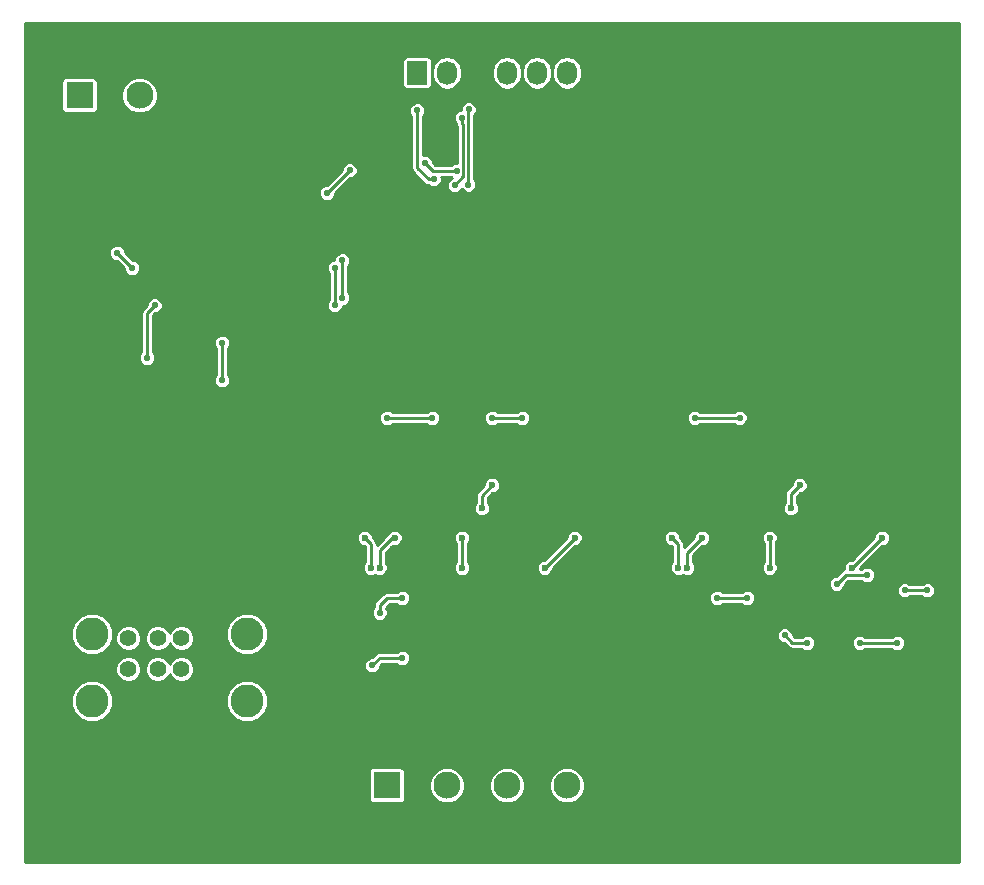
<source format=gbl>
G04 #@! TF.FileFunction,Copper,L2,Bot,Signal*
%FSLAX46Y46*%
G04 Gerber Fmt 4.6, Leading zero omitted, Abs format (unit mm)*
G04 Created by KiCad (PCBNEW 4.0.2+dfsg1-stable) date Tue 31 Jul 2018 02:10:04 PM EDT*
%MOMM*%
G01*
G04 APERTURE LIST*
%ADD10C,0.127000*%
%ADD11R,2.300000X2.300000*%
%ADD12C,2.300000*%
%ADD13C,1.420000*%
%ADD14C,2.800000*%
%ADD15R,1.727200X2.032000*%
%ADD16O,1.727200X2.032000*%
%ADD17C,0.596900*%
%ADD18C,0.600000*%
%ADD19C,0.254000*%
G04 APERTURE END LIST*
D10*
D11*
X31115000Y6985000D03*
D12*
X33655000Y6985000D03*
X36195000Y6985000D03*
X38735000Y6985000D03*
X41275000Y6985000D03*
X43815000Y6985000D03*
X46355000Y6985000D03*
X48895000Y6985000D03*
D11*
X5080000Y65405000D03*
D12*
X7620000Y65405000D03*
X10160000Y65405000D03*
X12700000Y65405000D03*
D13*
X9200000Y19440005D03*
X11700000Y19440005D03*
X13700000Y19440005D03*
X16200000Y19440005D03*
X9200000Y16820005D03*
X11700000Y16820005D03*
X13700000Y16820005D03*
X16200000Y16820005D03*
D14*
X19270000Y14110005D03*
X19270000Y19790005D03*
X6130000Y19790005D03*
X6130000Y14110005D03*
D15*
X33655000Y67310000D03*
D16*
X36195000Y67310000D03*
X38735000Y67310000D03*
X41275000Y67310000D03*
X43815000Y67310000D03*
X46355000Y67310000D03*
D17*
X34925000Y38100000D03*
X40005000Y38100000D03*
X60960000Y38100000D03*
X9525000Y50800000D03*
X8255000Y52070000D03*
X31115000Y38100000D03*
X57150000Y38100000D03*
X42545000Y38100000D03*
X36195000Y22860000D03*
X62230000Y25400000D03*
X73660000Y57150000D03*
X73660000Y59690000D03*
X46990000Y55245000D03*
X32385000Y61595000D03*
X13970000Y51435000D03*
X15240000Y26035000D03*
X19050000Y24130000D03*
X29210000Y29845000D03*
X26670000Y34290000D03*
X35042444Y33772444D03*
X60960000Y34290000D03*
X52705000Y34290000D03*
X48260000Y34290000D03*
X46355000Y22860000D03*
X72390000Y22860000D03*
X71755000Y29845000D03*
X74295000Y34290000D03*
X55245000Y29845000D03*
X45720000Y29845000D03*
X10795000Y48260000D03*
X10068891Y49438891D03*
X9525000Y49530000D03*
X8890000Y49530000D03*
X8255000Y49530000D03*
X7620000Y53975000D03*
X3175000Y52705000D03*
X19050000Y48895000D03*
X40640000Y55880000D03*
X39370000Y59690000D03*
X42545000Y48895000D03*
X36794623Y60063209D03*
X9525000Y53975000D03*
D18*
X43815000Y63500000D03*
X61595000Y29210000D03*
X35560000Y29210000D03*
X32385000Y19685000D03*
X57821685Y24043527D03*
X58420000Y19685000D03*
X67981685Y24043527D03*
X68580000Y19685000D03*
X31786685Y24043527D03*
X41946685Y24043527D03*
X42545000Y19685000D03*
X4445000Y53975000D03*
D17*
X33655000Y64135000D03*
X35059911Y58285089D03*
X36830000Y57785000D03*
X37422140Y63500000D03*
X38025180Y64209820D03*
X38000000Y57842140D03*
X17145000Y44450000D03*
X17145000Y41275000D03*
X37000000Y59000000D03*
X26035000Y57150000D03*
X27940000Y59055000D03*
X34290000Y59690000D03*
X26670000Y47625000D03*
X26670000Y50800000D03*
X27305000Y48260000D03*
X27305000Y51435000D03*
X11430000Y47625000D03*
X10795000Y43180000D03*
D18*
X39133026Y30457974D03*
X40005000Y32385000D03*
X29210000Y27940000D03*
X29727597Y25400000D03*
X46990000Y27940000D03*
X44450000Y25400000D03*
X66040000Y32385000D03*
X65293192Y30445060D03*
X55245000Y27940000D03*
X55762597Y25400000D03*
X73025000Y27940000D03*
X70485000Y25400000D03*
D17*
X30480000Y21590000D03*
X32385000Y22860000D03*
X29845000Y17145000D03*
X32385000Y17780000D03*
X59055000Y22860000D03*
X61595000Y22860000D03*
X64770000Y19685000D03*
X66675000Y19050000D03*
X71120000Y19050000D03*
X74295000Y19050000D03*
X76835000Y23495000D03*
X69178920Y24044953D03*
X71753872Y24810715D03*
X74930000Y23495000D03*
D18*
X31750000Y27940000D03*
X30480000Y25400000D03*
X57785000Y27940000D03*
X56515000Y25400000D03*
X37465000Y27940000D03*
X37465000Y25400000D03*
X63500000Y27940000D03*
X63500000Y25400000D03*
D19*
X31115000Y38100000D02*
X34925000Y38100000D01*
X42545000Y38100000D02*
X40005000Y38100000D01*
X57150000Y38100000D02*
X60960000Y38100000D01*
X8255000Y52070000D02*
X9525000Y50800000D01*
X35059911Y58285089D02*
X34637839Y58285089D01*
X34637839Y58285089D02*
X33655000Y59267928D01*
X33655000Y59267928D02*
X33655000Y64135000D01*
X37422140Y63500000D02*
X37422140Y63077928D01*
X37422140Y63077928D02*
X37577851Y62922217D01*
X37577851Y62922217D02*
X37577851Y58532851D01*
X37577851Y58532851D02*
X36830000Y57785000D01*
X38000000Y57842140D02*
X38000000Y64184640D01*
X38000000Y64184640D02*
X38025180Y64209820D01*
X17145000Y41275000D02*
X17145000Y44450000D01*
X37000000Y59000000D02*
X34980000Y59000000D01*
X34980000Y59000000D02*
X34925000Y59055000D01*
X27940000Y59055000D02*
X26035000Y57150000D01*
X34925000Y59055000D02*
X34290000Y59690000D01*
X26670000Y50800000D02*
X26670000Y47625000D01*
X27305000Y51435000D02*
X27305000Y48260000D01*
X10795000Y43180000D02*
X10795000Y46990000D01*
X10795000Y46990000D02*
X11430000Y47625000D01*
X39133026Y30457974D02*
X39133026Y31513026D01*
X39133026Y31513026D02*
X40005000Y32385000D01*
X29727597Y27187597D02*
X29727597Y27422403D01*
X29727597Y27422403D02*
X29210000Y27940000D01*
X29727597Y25400000D02*
X29727597Y27187597D01*
X44450000Y25400000D02*
X46990000Y27940000D01*
X65293192Y31638192D02*
X66040000Y32385000D01*
X65293192Y30445060D02*
X65293192Y31638192D01*
X55762597Y25400000D02*
X55762597Y27422403D01*
X55762597Y27422403D02*
X55245000Y27940000D01*
X70485000Y25400000D02*
X73025000Y27940000D01*
X30480000Y21590000D02*
X30480000Y22225000D01*
X30480000Y22225000D02*
X31115000Y22860000D01*
X31115000Y22860000D02*
X32385000Y22860000D01*
X32385000Y17780000D02*
X30480000Y17780000D01*
X30480000Y17780000D02*
X29845000Y17145000D01*
X61595000Y22860000D02*
X59055000Y22860000D01*
X66675000Y19050000D02*
X65405000Y19050000D01*
X65405000Y19050000D02*
X64770000Y19685000D01*
X74295000Y19050000D02*
X71120000Y19050000D01*
X76835000Y23495000D02*
X74930000Y23495000D01*
X71753872Y24810715D02*
X69944682Y24810715D01*
X69944682Y24810715D02*
X69178920Y24044953D01*
X74930002Y23495002D02*
X74930000Y23495000D01*
X31115000Y27503400D02*
X31551600Y27940000D01*
X31551600Y27940000D02*
X31750000Y27940000D01*
X30480000Y25400000D02*
X30480000Y26868400D01*
X30480000Y26868400D02*
X31115000Y27503400D01*
X56515000Y25400000D02*
X56515000Y26670000D01*
X56515000Y26670000D02*
X57785000Y27940000D01*
X37465000Y25400000D02*
X37465000Y27940000D01*
X63500000Y25400000D02*
X63500000Y27940000D01*
G36*
X79544000Y456000D02*
X456000Y456000D01*
X456000Y8135000D01*
X29576536Y8135000D01*
X29576536Y5835000D01*
X29603103Y5693810D01*
X29686546Y5564135D01*
X29813866Y5477141D01*
X29965000Y5446536D01*
X32265000Y5446536D01*
X32406190Y5473103D01*
X32535865Y5556546D01*
X32622859Y5683866D01*
X32653464Y5835000D01*
X32653464Y6681801D01*
X34663735Y6681801D01*
X34896325Y6118891D01*
X35326626Y5687838D01*
X35889129Y5454266D01*
X36498199Y5453735D01*
X37061109Y5686325D01*
X37492162Y6116626D01*
X37725734Y6679129D01*
X37725736Y6681801D01*
X39743735Y6681801D01*
X39976325Y6118891D01*
X40406626Y5687838D01*
X40969129Y5454266D01*
X41578199Y5453735D01*
X42141109Y5686325D01*
X42572162Y6116626D01*
X42805734Y6679129D01*
X42805736Y6681801D01*
X44823735Y6681801D01*
X45056325Y6118891D01*
X45486626Y5687838D01*
X46049129Y5454266D01*
X46658199Y5453735D01*
X47221109Y5686325D01*
X47652162Y6116626D01*
X47885734Y6679129D01*
X47886265Y7288199D01*
X47653675Y7851109D01*
X47223374Y8282162D01*
X46660871Y8515734D01*
X46051801Y8516265D01*
X45488891Y8283675D01*
X45057838Y7853374D01*
X44824266Y7290871D01*
X44823735Y6681801D01*
X42805736Y6681801D01*
X42806265Y7288199D01*
X42573675Y7851109D01*
X42143374Y8282162D01*
X41580871Y8515734D01*
X40971801Y8516265D01*
X40408891Y8283675D01*
X39977838Y7853374D01*
X39744266Y7290871D01*
X39743735Y6681801D01*
X37725736Y6681801D01*
X37726265Y7288199D01*
X37493675Y7851109D01*
X37063374Y8282162D01*
X36500871Y8515734D01*
X35891801Y8516265D01*
X35328891Y8283675D01*
X34897838Y7853374D01*
X34664266Y7290871D01*
X34663735Y6681801D01*
X32653464Y6681801D01*
X32653464Y8135000D01*
X32626897Y8276190D01*
X32543454Y8405865D01*
X32416134Y8492859D01*
X32265000Y8523464D01*
X29965000Y8523464D01*
X29823810Y8496897D01*
X29694135Y8413454D01*
X29607141Y8286134D01*
X29576536Y8135000D01*
X456000Y8135000D01*
X456000Y13757296D01*
X4348691Y13757296D01*
X4619261Y13102467D01*
X5119827Y12601027D01*
X5774183Y12329315D01*
X6482709Y12328696D01*
X7137538Y12599266D01*
X7638978Y13099832D01*
X7910690Y13754188D01*
X7910692Y13757296D01*
X17488691Y13757296D01*
X17759261Y13102467D01*
X18259827Y12601027D01*
X18914183Y12329315D01*
X19622709Y12328696D01*
X20277538Y12599266D01*
X20778978Y13099832D01*
X21050690Y13754188D01*
X21051309Y14462714D01*
X20780739Y15117543D01*
X20280173Y15618983D01*
X19625817Y15890695D01*
X18917291Y15891314D01*
X18262462Y15620744D01*
X17761022Y15120178D01*
X17489310Y14465822D01*
X17488691Y13757296D01*
X7910692Y13757296D01*
X7911309Y14462714D01*
X7640739Y15117543D01*
X7140173Y15618983D01*
X6485817Y15890695D01*
X5777291Y15891314D01*
X5122462Y15620744D01*
X4621022Y15120178D01*
X4349310Y14465822D01*
X4348691Y13757296D01*
X456000Y13757296D01*
X456000Y16603944D01*
X8108811Y16603944D01*
X8274556Y16202810D01*
X8581191Y15895639D01*
X8982035Y15729195D01*
X9416061Y15728816D01*
X9817195Y15894561D01*
X10124366Y16201196D01*
X10290810Y16602040D01*
X10290811Y16603944D01*
X10608811Y16603944D01*
X10774556Y16202810D01*
X11081191Y15895639D01*
X11482035Y15729195D01*
X11916061Y15728816D01*
X12317195Y15894561D01*
X12624366Y16201196D01*
X12699980Y16383297D01*
X12774556Y16202810D01*
X13081191Y15895639D01*
X13482035Y15729195D01*
X13916061Y15728816D01*
X14317195Y15894561D01*
X14624366Y16201196D01*
X14790810Y16602040D01*
X14791166Y17010442D01*
X29165433Y17010442D01*
X29268655Y16760625D01*
X29459620Y16569326D01*
X29709256Y16465668D01*
X29979558Y16465433D01*
X30229375Y16568655D01*
X30420674Y16759620D01*
X30524332Y17009256D01*
X30524416Y17105996D01*
X30690421Y17272000D01*
X31932064Y17272000D01*
X31999620Y17204326D01*
X32249256Y17100668D01*
X32519558Y17100433D01*
X32769375Y17203655D01*
X32960674Y17394620D01*
X33064332Y17644256D01*
X33064567Y17914558D01*
X32961345Y18164375D01*
X32770380Y18355674D01*
X32520744Y18459332D01*
X32250442Y18459567D01*
X32000625Y18356345D01*
X31932160Y18288000D01*
X30480000Y18288000D01*
X30285597Y18249331D01*
X30120790Y18139211D01*
X29806063Y17824484D01*
X29710442Y17824567D01*
X29460625Y17721345D01*
X29269326Y17530380D01*
X29165668Y17280744D01*
X29165433Y17010442D01*
X14791166Y17010442D01*
X14791189Y17036066D01*
X14625444Y17437200D01*
X14318809Y17744371D01*
X13917965Y17910815D01*
X13483939Y17911194D01*
X13082805Y17745449D01*
X12775634Y17438814D01*
X12700020Y17256713D01*
X12625444Y17437200D01*
X12318809Y17744371D01*
X11917965Y17910815D01*
X11483939Y17911194D01*
X11082805Y17745449D01*
X10775634Y17438814D01*
X10609190Y17037970D01*
X10608811Y16603944D01*
X10290811Y16603944D01*
X10291189Y17036066D01*
X10125444Y17437200D01*
X9818809Y17744371D01*
X9417965Y17910815D01*
X8983939Y17911194D01*
X8582805Y17745449D01*
X8275634Y17438814D01*
X8109190Y17037970D01*
X8108811Y16603944D01*
X456000Y16603944D01*
X456000Y19437296D01*
X4348691Y19437296D01*
X4619261Y18782467D01*
X5119827Y18281027D01*
X5774183Y18009315D01*
X6482709Y18008696D01*
X7137538Y18279266D01*
X7638978Y18779832D01*
X7823389Y19223944D01*
X8108811Y19223944D01*
X8274556Y18822810D01*
X8581191Y18515639D01*
X8982035Y18349195D01*
X9416061Y18348816D01*
X9817195Y18514561D01*
X10124366Y18821196D01*
X10290810Y19222040D01*
X10290811Y19223944D01*
X10608811Y19223944D01*
X10774556Y18822810D01*
X11081191Y18515639D01*
X11482035Y18349195D01*
X11916061Y18348816D01*
X12317195Y18514561D01*
X12624366Y18821196D01*
X12699980Y19003297D01*
X12774556Y18822810D01*
X13081191Y18515639D01*
X13482035Y18349195D01*
X13916061Y18348816D01*
X14317195Y18514561D01*
X14624366Y18821196D01*
X14790810Y19222040D01*
X14790997Y19437296D01*
X17488691Y19437296D01*
X17759261Y18782467D01*
X18259827Y18281027D01*
X18914183Y18009315D01*
X19622709Y18008696D01*
X20277538Y18279266D01*
X20778978Y18779832D01*
X21050690Y19434188D01*
X21050791Y19550442D01*
X64090433Y19550442D01*
X64193655Y19300625D01*
X64384620Y19109326D01*
X64634256Y19005668D01*
X64730996Y19005584D01*
X65045790Y18690789D01*
X65210597Y18580669D01*
X65405000Y18542000D01*
X66222064Y18542000D01*
X66289620Y18474326D01*
X66539256Y18370668D01*
X66809558Y18370433D01*
X67059375Y18473655D01*
X67250674Y18664620D01*
X67354332Y18914256D01*
X67354333Y18915442D01*
X70440433Y18915442D01*
X70543655Y18665625D01*
X70734620Y18474326D01*
X70984256Y18370668D01*
X71254558Y18370433D01*
X71504375Y18473655D01*
X71572840Y18542000D01*
X73842064Y18542000D01*
X73909620Y18474326D01*
X74159256Y18370668D01*
X74429558Y18370433D01*
X74679375Y18473655D01*
X74870674Y18664620D01*
X74974332Y18914256D01*
X74974567Y19184558D01*
X74871345Y19434375D01*
X74680380Y19625674D01*
X74430744Y19729332D01*
X74160442Y19729567D01*
X73910625Y19626345D01*
X73842160Y19558000D01*
X71572936Y19558000D01*
X71505380Y19625674D01*
X71255744Y19729332D01*
X70985442Y19729567D01*
X70735625Y19626345D01*
X70544326Y19435380D01*
X70440668Y19185744D01*
X70440433Y18915442D01*
X67354333Y18915442D01*
X67354567Y19184558D01*
X67251345Y19434375D01*
X67060380Y19625674D01*
X66810744Y19729332D01*
X66540442Y19729567D01*
X66290625Y19626345D01*
X66222160Y19558000D01*
X65615421Y19558000D01*
X65449484Y19723937D01*
X65449567Y19819558D01*
X65346345Y20069375D01*
X65155380Y20260674D01*
X64905744Y20364332D01*
X64635442Y20364567D01*
X64385625Y20261345D01*
X64194326Y20070380D01*
X64090668Y19820744D01*
X64090433Y19550442D01*
X21050791Y19550442D01*
X21051309Y20142714D01*
X20780739Y20797543D01*
X20280173Y21298983D01*
X19903378Y21455442D01*
X29800433Y21455442D01*
X29903655Y21205625D01*
X30094620Y21014326D01*
X30344256Y20910668D01*
X30614558Y20910433D01*
X30864375Y21013655D01*
X31055674Y21204620D01*
X31159332Y21454256D01*
X31159567Y21724558D01*
X31056345Y21974375D01*
X31002118Y22028697D01*
X31325421Y22352000D01*
X31932064Y22352000D01*
X31999620Y22284326D01*
X32249256Y22180668D01*
X32519558Y22180433D01*
X32769375Y22283655D01*
X32960674Y22474620D01*
X33064332Y22724256D01*
X33064333Y22725442D01*
X58375433Y22725442D01*
X58478655Y22475625D01*
X58669620Y22284326D01*
X58919256Y22180668D01*
X59189558Y22180433D01*
X59439375Y22283655D01*
X59507840Y22352000D01*
X61142064Y22352000D01*
X61209620Y22284326D01*
X61459256Y22180668D01*
X61729558Y22180433D01*
X61979375Y22283655D01*
X62170674Y22474620D01*
X62274332Y22724256D01*
X62274567Y22994558D01*
X62171345Y23244375D01*
X62055481Y23360442D01*
X74250433Y23360442D01*
X74353655Y23110625D01*
X74544620Y22919326D01*
X74794256Y22815668D01*
X75064558Y22815433D01*
X75314375Y22918655D01*
X75382840Y22987000D01*
X76382064Y22987000D01*
X76449620Y22919326D01*
X76699256Y22815668D01*
X76969558Y22815433D01*
X77219375Y22918655D01*
X77410674Y23109620D01*
X77514332Y23359256D01*
X77514567Y23629558D01*
X77411345Y23879375D01*
X77220380Y24070674D01*
X76970744Y24174332D01*
X76700442Y24174567D01*
X76450625Y24071345D01*
X76382160Y24003000D01*
X75382936Y24003000D01*
X75315380Y24070674D01*
X75065744Y24174332D01*
X74795442Y24174567D01*
X74545625Y24071345D01*
X74354326Y23880380D01*
X74250668Y23630744D01*
X74250433Y23360442D01*
X62055481Y23360442D01*
X61980380Y23435674D01*
X61730744Y23539332D01*
X61460442Y23539567D01*
X61210625Y23436345D01*
X61142160Y23368000D01*
X59507936Y23368000D01*
X59440380Y23435674D01*
X59190744Y23539332D01*
X58920442Y23539567D01*
X58670625Y23436345D01*
X58479326Y23245380D01*
X58375668Y22995744D01*
X58375433Y22725442D01*
X33064333Y22725442D01*
X33064567Y22994558D01*
X32961345Y23244375D01*
X32770380Y23435674D01*
X32520744Y23539332D01*
X32250442Y23539567D01*
X32000625Y23436345D01*
X31932160Y23368000D01*
X31115000Y23368000D01*
X30920597Y23329331D01*
X30755790Y23219211D01*
X30120790Y22584210D01*
X30010669Y22419403D01*
X29972000Y22225000D01*
X29972000Y22042936D01*
X29904326Y21975380D01*
X29800668Y21725744D01*
X29800433Y21455442D01*
X19903378Y21455442D01*
X19625817Y21570695D01*
X18917291Y21571314D01*
X18262462Y21300744D01*
X17761022Y20800178D01*
X17489310Y20145822D01*
X17488691Y19437296D01*
X14790997Y19437296D01*
X14791189Y19656066D01*
X14625444Y20057200D01*
X14318809Y20364371D01*
X13917965Y20530815D01*
X13483939Y20531194D01*
X13082805Y20365449D01*
X12775634Y20058814D01*
X12700020Y19876713D01*
X12625444Y20057200D01*
X12318809Y20364371D01*
X11917965Y20530815D01*
X11483939Y20531194D01*
X11082805Y20365449D01*
X10775634Y20058814D01*
X10609190Y19657970D01*
X10608811Y19223944D01*
X10290811Y19223944D01*
X10291189Y19656066D01*
X10125444Y20057200D01*
X9818809Y20364371D01*
X9417965Y20530815D01*
X8983939Y20531194D01*
X8582805Y20365449D01*
X8275634Y20058814D01*
X8109190Y19657970D01*
X8108811Y19223944D01*
X7823389Y19223944D01*
X7910690Y19434188D01*
X7911309Y20142714D01*
X7640739Y20797543D01*
X7140173Y21298983D01*
X6485817Y21570695D01*
X5777291Y21571314D01*
X5122462Y21300744D01*
X4621022Y20800178D01*
X4349310Y20145822D01*
X4348691Y19437296D01*
X456000Y19437296D01*
X456000Y23910395D01*
X68499353Y23910395D01*
X68602575Y23660578D01*
X68793540Y23469279D01*
X69043176Y23365621D01*
X69313478Y23365386D01*
X69563295Y23468608D01*
X69754594Y23659573D01*
X69858252Y23909209D01*
X69858336Y24005949D01*
X70155102Y24302715D01*
X71300936Y24302715D01*
X71368492Y24235041D01*
X71618128Y24131383D01*
X71888430Y24131148D01*
X72138247Y24234370D01*
X72329546Y24425335D01*
X72433204Y24674971D01*
X72433439Y24945273D01*
X72330217Y25195090D01*
X72139252Y25386389D01*
X71889616Y25490047D01*
X71619314Y25490282D01*
X71369497Y25387060D01*
X71301032Y25318715D01*
X71165930Y25318715D01*
X71165968Y25362548D01*
X73062388Y27258967D01*
X73159865Y27258882D01*
X73410252Y27362339D01*
X73601987Y27553741D01*
X73705882Y27803946D01*
X73706118Y28074865D01*
X73602661Y28325252D01*
X73411259Y28516987D01*
X73161054Y28620882D01*
X72890135Y28621118D01*
X72639748Y28517661D01*
X72448013Y28326259D01*
X72344118Y28076054D01*
X72344032Y27977453D01*
X70447613Y26081033D01*
X70350135Y26081118D01*
X70099748Y25977661D01*
X69908013Y25786259D01*
X69804118Y25536054D01*
X69803904Y25290713D01*
X69750279Y25280046D01*
X69585472Y25169925D01*
X69139984Y24724437D01*
X69044362Y24724520D01*
X68794545Y24621298D01*
X68603246Y24430333D01*
X68499588Y24180697D01*
X68499353Y23910395D01*
X456000Y23910395D01*
X456000Y27805135D01*
X28528882Y27805135D01*
X28632339Y27554748D01*
X28823741Y27363013D01*
X29073946Y27259118D01*
X29172548Y27259032D01*
X29219597Y27211983D01*
X29219597Y25855126D01*
X29150610Y25786259D01*
X29046715Y25536054D01*
X29046479Y25265135D01*
X29149936Y25014748D01*
X29341338Y24823013D01*
X29591543Y24719118D01*
X29862462Y24718882D01*
X30104085Y24818718D01*
X30343946Y24719118D01*
X30614865Y24718882D01*
X30865252Y24822339D01*
X31056987Y25013741D01*
X31160882Y25263946D01*
X31161118Y25534865D01*
X31057661Y25785252D01*
X30988000Y25855034D01*
X30988000Y26657980D01*
X31474211Y27144190D01*
X31474213Y27144193D01*
X31596417Y27266397D01*
X31613946Y27259118D01*
X31884865Y27258882D01*
X32135252Y27362339D01*
X32326987Y27553741D01*
X32430882Y27803946D01*
X32430883Y27805135D01*
X36783882Y27805135D01*
X36887339Y27554748D01*
X36957000Y27484966D01*
X36957000Y25855126D01*
X36888013Y25786259D01*
X36784118Y25536054D01*
X36783882Y25265135D01*
X36887339Y25014748D01*
X37078741Y24823013D01*
X37328946Y24719118D01*
X37599865Y24718882D01*
X37850252Y24822339D01*
X38041987Y25013741D01*
X38145882Y25263946D01*
X38145883Y25265135D01*
X43768882Y25265135D01*
X43872339Y25014748D01*
X44063741Y24823013D01*
X44313946Y24719118D01*
X44584865Y24718882D01*
X44835252Y24822339D01*
X45026987Y25013741D01*
X45130882Y25263946D01*
X45130968Y25362548D01*
X47027388Y27258967D01*
X47124865Y27258882D01*
X47375252Y27362339D01*
X47566987Y27553741D01*
X47670882Y27803946D01*
X47670883Y27805135D01*
X54563882Y27805135D01*
X54667339Y27554748D01*
X54858741Y27363013D01*
X55108946Y27259118D01*
X55207548Y27259032D01*
X55254597Y27211983D01*
X55254597Y25855126D01*
X55185610Y25786259D01*
X55081715Y25536054D01*
X55081479Y25265135D01*
X55184936Y25014748D01*
X55376338Y24823013D01*
X55626543Y24719118D01*
X55897462Y24718882D01*
X56139085Y24818718D01*
X56378946Y24719118D01*
X56649865Y24718882D01*
X56900252Y24822339D01*
X57091987Y25013741D01*
X57195882Y25263946D01*
X57196118Y25534865D01*
X57092661Y25785252D01*
X57023000Y25855034D01*
X57023000Y26459580D01*
X57822387Y27258967D01*
X57919865Y27258882D01*
X58170252Y27362339D01*
X58361987Y27553741D01*
X58465882Y27803946D01*
X58465883Y27805135D01*
X62818882Y27805135D01*
X62922339Y27554748D01*
X62992000Y27484966D01*
X62992000Y25855126D01*
X62923013Y25786259D01*
X62819118Y25536054D01*
X62818882Y25265135D01*
X62922339Y25014748D01*
X63113741Y24823013D01*
X63363946Y24719118D01*
X63634865Y24718882D01*
X63885252Y24822339D01*
X64076987Y25013741D01*
X64180882Y25263946D01*
X64181118Y25534865D01*
X64077661Y25785252D01*
X64008000Y25855034D01*
X64008000Y27484874D01*
X64076987Y27553741D01*
X64180882Y27803946D01*
X64181118Y28074865D01*
X64077661Y28325252D01*
X63886259Y28516987D01*
X63636054Y28620882D01*
X63365135Y28621118D01*
X63114748Y28517661D01*
X62923013Y28326259D01*
X62819118Y28076054D01*
X62818882Y27805135D01*
X58465883Y27805135D01*
X58466118Y28074865D01*
X58362661Y28325252D01*
X58171259Y28516987D01*
X57921054Y28620882D01*
X57650135Y28621118D01*
X57399748Y28517661D01*
X57208013Y28326259D01*
X57104118Y28076054D01*
X57104032Y27977452D01*
X56270597Y27144017D01*
X56270597Y27422403D01*
X56231928Y27616806D01*
X56121807Y27781613D01*
X55926033Y27977387D01*
X55926118Y28074865D01*
X55822661Y28325252D01*
X55631259Y28516987D01*
X55381054Y28620882D01*
X55110135Y28621118D01*
X54859748Y28517661D01*
X54668013Y28326259D01*
X54564118Y28076054D01*
X54563882Y27805135D01*
X47670883Y27805135D01*
X47671118Y28074865D01*
X47567661Y28325252D01*
X47376259Y28516987D01*
X47126054Y28620882D01*
X46855135Y28621118D01*
X46604748Y28517661D01*
X46413013Y28326259D01*
X46309118Y28076054D01*
X46309032Y27977453D01*
X44412613Y26081033D01*
X44315135Y26081118D01*
X44064748Y25977661D01*
X43873013Y25786259D01*
X43769118Y25536054D01*
X43768882Y25265135D01*
X38145883Y25265135D01*
X38146118Y25534865D01*
X38042661Y25785252D01*
X37973000Y25855034D01*
X37973000Y27484874D01*
X38041987Y27553741D01*
X38145882Y27803946D01*
X38146118Y28074865D01*
X38042661Y28325252D01*
X37851259Y28516987D01*
X37601054Y28620882D01*
X37330135Y28621118D01*
X37079748Y28517661D01*
X36888013Y28326259D01*
X36784118Y28076054D01*
X36783882Y27805135D01*
X32430883Y27805135D01*
X32431118Y28074865D01*
X32327661Y28325252D01*
X32136259Y28516987D01*
X31886054Y28620882D01*
X31615135Y28621118D01*
X31364748Y28517661D01*
X31173013Y28326259D01*
X31140046Y28246866D01*
X30755793Y27862613D01*
X30755790Y27862611D01*
X30235597Y27342417D01*
X30235597Y27422403D01*
X30196928Y27616806D01*
X30086807Y27781613D01*
X29891033Y27977387D01*
X29891118Y28074865D01*
X29787661Y28325252D01*
X29596259Y28516987D01*
X29346054Y28620882D01*
X29075135Y28621118D01*
X28824748Y28517661D01*
X28633013Y28326259D01*
X28529118Y28076054D01*
X28528882Y27805135D01*
X456000Y27805135D01*
X456000Y30323109D01*
X38451908Y30323109D01*
X38555365Y30072722D01*
X38746767Y29880987D01*
X38996972Y29777092D01*
X39267891Y29776856D01*
X39518278Y29880313D01*
X39710013Y30071715D01*
X39809039Y30310195D01*
X64612074Y30310195D01*
X64715531Y30059808D01*
X64906933Y29868073D01*
X65157138Y29764178D01*
X65428057Y29763942D01*
X65678444Y29867399D01*
X65870179Y30058801D01*
X65974074Y30309006D01*
X65974310Y30579925D01*
X65870853Y30830312D01*
X65801192Y30900094D01*
X65801192Y31427772D01*
X66077387Y31703967D01*
X66174865Y31703882D01*
X66425252Y31807339D01*
X66616987Y31998741D01*
X66720882Y32248946D01*
X66721118Y32519865D01*
X66617661Y32770252D01*
X66426259Y32961987D01*
X66176054Y33065882D01*
X65905135Y33066118D01*
X65654748Y32962661D01*
X65463013Y32771259D01*
X65359118Y32521054D01*
X65359032Y32422452D01*
X64933982Y31997402D01*
X64823861Y31832595D01*
X64785192Y31638192D01*
X64785192Y30900186D01*
X64716205Y30831319D01*
X64612310Y30581114D01*
X64612074Y30310195D01*
X39809039Y30310195D01*
X39813908Y30321920D01*
X39814144Y30592839D01*
X39710687Y30843226D01*
X39641026Y30913008D01*
X39641026Y31302606D01*
X40042388Y31703967D01*
X40139865Y31703882D01*
X40390252Y31807339D01*
X40581987Y31998741D01*
X40685882Y32248946D01*
X40686118Y32519865D01*
X40582661Y32770252D01*
X40391259Y32961987D01*
X40141054Y33065882D01*
X39870135Y33066118D01*
X39619748Y32962661D01*
X39428013Y32771259D01*
X39324118Y32521054D01*
X39324032Y32422453D01*
X38773816Y31872236D01*
X38663695Y31707429D01*
X38625026Y31513026D01*
X38625026Y30913100D01*
X38556039Y30844233D01*
X38452144Y30594028D01*
X38451908Y30323109D01*
X456000Y30323109D01*
X456000Y37965442D01*
X30435433Y37965442D01*
X30538655Y37715625D01*
X30729620Y37524326D01*
X30979256Y37420668D01*
X31249558Y37420433D01*
X31499375Y37523655D01*
X31567840Y37592000D01*
X34472064Y37592000D01*
X34539620Y37524326D01*
X34789256Y37420668D01*
X35059558Y37420433D01*
X35309375Y37523655D01*
X35500674Y37714620D01*
X35604332Y37964256D01*
X35604333Y37965442D01*
X39325433Y37965442D01*
X39428655Y37715625D01*
X39619620Y37524326D01*
X39869256Y37420668D01*
X40139558Y37420433D01*
X40389375Y37523655D01*
X40457840Y37592000D01*
X42092064Y37592000D01*
X42159620Y37524326D01*
X42409256Y37420668D01*
X42679558Y37420433D01*
X42929375Y37523655D01*
X43120674Y37714620D01*
X43224332Y37964256D01*
X43224333Y37965442D01*
X56470433Y37965442D01*
X56573655Y37715625D01*
X56764620Y37524326D01*
X57014256Y37420668D01*
X57284558Y37420433D01*
X57534375Y37523655D01*
X57602840Y37592000D01*
X60507064Y37592000D01*
X60574620Y37524326D01*
X60824256Y37420668D01*
X61094558Y37420433D01*
X61344375Y37523655D01*
X61535674Y37714620D01*
X61639332Y37964256D01*
X61639567Y38234558D01*
X61536345Y38484375D01*
X61345380Y38675674D01*
X61095744Y38779332D01*
X60825442Y38779567D01*
X60575625Y38676345D01*
X60507160Y38608000D01*
X57602936Y38608000D01*
X57535380Y38675674D01*
X57285744Y38779332D01*
X57015442Y38779567D01*
X56765625Y38676345D01*
X56574326Y38485380D01*
X56470668Y38235744D01*
X56470433Y37965442D01*
X43224333Y37965442D01*
X43224567Y38234558D01*
X43121345Y38484375D01*
X42930380Y38675674D01*
X42680744Y38779332D01*
X42410442Y38779567D01*
X42160625Y38676345D01*
X42092160Y38608000D01*
X40457936Y38608000D01*
X40390380Y38675674D01*
X40140744Y38779332D01*
X39870442Y38779567D01*
X39620625Y38676345D01*
X39429326Y38485380D01*
X39325668Y38235744D01*
X39325433Y37965442D01*
X35604333Y37965442D01*
X35604567Y38234558D01*
X35501345Y38484375D01*
X35310380Y38675674D01*
X35060744Y38779332D01*
X34790442Y38779567D01*
X34540625Y38676345D01*
X34472160Y38608000D01*
X31567936Y38608000D01*
X31500380Y38675674D01*
X31250744Y38779332D01*
X30980442Y38779567D01*
X30730625Y38676345D01*
X30539326Y38485380D01*
X30435668Y38235744D01*
X30435433Y37965442D01*
X456000Y37965442D01*
X456000Y43045442D01*
X10115433Y43045442D01*
X10218655Y42795625D01*
X10409620Y42604326D01*
X10659256Y42500668D01*
X10929558Y42500433D01*
X11179375Y42603655D01*
X11370674Y42794620D01*
X11474332Y43044256D01*
X11474567Y43314558D01*
X11371345Y43564375D01*
X11303000Y43632840D01*
X11303000Y44315442D01*
X16465433Y44315442D01*
X16568655Y44065625D01*
X16637000Y43997160D01*
X16637000Y41727936D01*
X16569326Y41660380D01*
X16465668Y41410744D01*
X16465433Y41140442D01*
X16568655Y40890625D01*
X16759620Y40699326D01*
X17009256Y40595668D01*
X17279558Y40595433D01*
X17529375Y40698655D01*
X17720674Y40889620D01*
X17824332Y41139256D01*
X17824567Y41409558D01*
X17721345Y41659375D01*
X17653000Y41727840D01*
X17653000Y43997064D01*
X17720674Y44064620D01*
X17824332Y44314256D01*
X17824567Y44584558D01*
X17721345Y44834375D01*
X17530380Y45025674D01*
X17280744Y45129332D01*
X17010442Y45129567D01*
X16760625Y45026345D01*
X16569326Y44835380D01*
X16465668Y44585744D01*
X16465433Y44315442D01*
X11303000Y44315442D01*
X11303000Y46779580D01*
X11468937Y46945516D01*
X11564558Y46945433D01*
X11814375Y47048655D01*
X12005674Y47239620D01*
X12109332Y47489256D01*
X12109567Y47759558D01*
X12006345Y48009375D01*
X11815380Y48200674D01*
X11565744Y48304332D01*
X11295442Y48304567D01*
X11045625Y48201345D01*
X10854326Y48010380D01*
X10750668Y47760744D01*
X10750584Y47664004D01*
X10435790Y47349210D01*
X10325669Y47184403D01*
X10287000Y46990000D01*
X10287000Y43632936D01*
X10219326Y43565380D01*
X10115668Y43315744D01*
X10115433Y43045442D01*
X456000Y43045442D01*
X456000Y51935442D01*
X7575433Y51935442D01*
X7678655Y51685625D01*
X7869620Y51494326D01*
X8119256Y51390668D01*
X8215996Y51390584D01*
X8845516Y50761064D01*
X8845433Y50665442D01*
X8948655Y50415625D01*
X9139620Y50224326D01*
X9389256Y50120668D01*
X9659558Y50120433D01*
X9909375Y50223655D01*
X10100674Y50414620D01*
X10204332Y50664256D01*
X10204333Y50665442D01*
X25990433Y50665442D01*
X26093655Y50415625D01*
X26162000Y50347160D01*
X26162000Y48077936D01*
X26094326Y48010380D01*
X25990668Y47760744D01*
X25990433Y47490442D01*
X26093655Y47240625D01*
X26284620Y47049326D01*
X26534256Y46945668D01*
X26804558Y46945433D01*
X27054375Y47048655D01*
X27245674Y47239620D01*
X27349332Y47489256D01*
X27349411Y47580511D01*
X27439558Y47580433D01*
X27689375Y47683655D01*
X27880674Y47874620D01*
X27984332Y48124256D01*
X27984567Y48394558D01*
X27881345Y48644375D01*
X27813000Y48712840D01*
X27813000Y50982064D01*
X27880674Y51049620D01*
X27984332Y51299256D01*
X27984567Y51569558D01*
X27881345Y51819375D01*
X27690380Y52010674D01*
X27440744Y52114332D01*
X27170442Y52114567D01*
X26920625Y52011345D01*
X26729326Y51820380D01*
X26625668Y51570744D01*
X26625589Y51479489D01*
X26535442Y51479567D01*
X26285625Y51376345D01*
X26094326Y51185380D01*
X25990668Y50935744D01*
X25990433Y50665442D01*
X10204333Y50665442D01*
X10204567Y50934558D01*
X10101345Y51184375D01*
X9910380Y51375674D01*
X9660744Y51479332D01*
X9564004Y51479416D01*
X8934484Y52108936D01*
X8934567Y52204558D01*
X8831345Y52454375D01*
X8640380Y52645674D01*
X8390744Y52749332D01*
X8120442Y52749567D01*
X7870625Y52646345D01*
X7679326Y52455380D01*
X7575668Y52205744D01*
X7575433Y51935442D01*
X456000Y51935442D01*
X456000Y57015442D01*
X25355433Y57015442D01*
X25458655Y56765625D01*
X25649620Y56574326D01*
X25899256Y56470668D01*
X26169558Y56470433D01*
X26419375Y56573655D01*
X26610674Y56764620D01*
X26714332Y57014256D01*
X26714416Y57110996D01*
X27978936Y58375516D01*
X28074558Y58375433D01*
X28324375Y58478655D01*
X28515674Y58669620D01*
X28619332Y58919256D01*
X28619567Y59189558D01*
X28516345Y59439375D01*
X28325380Y59630674D01*
X28075744Y59734332D01*
X27805442Y59734567D01*
X27555625Y59631345D01*
X27364326Y59440380D01*
X27260668Y59190744D01*
X27260584Y59094004D01*
X25996064Y57829484D01*
X25900442Y57829567D01*
X25650625Y57726345D01*
X25459326Y57535380D01*
X25355668Y57285744D01*
X25355433Y57015442D01*
X456000Y57015442D01*
X456000Y66555000D01*
X3541536Y66555000D01*
X3541536Y64255000D01*
X3568103Y64113810D01*
X3651546Y63984135D01*
X3778866Y63897141D01*
X3930000Y63866536D01*
X6230000Y63866536D01*
X6371190Y63893103D01*
X6500865Y63976546D01*
X6587859Y64103866D01*
X6618464Y64255000D01*
X6618464Y65101801D01*
X8628735Y65101801D01*
X8861325Y64538891D01*
X9291626Y64107838D01*
X9854129Y63874266D01*
X10463199Y63873735D01*
X10769852Y64000442D01*
X32975433Y64000442D01*
X33078655Y63750625D01*
X33147000Y63682160D01*
X33147000Y59267928D01*
X33185669Y59073525D01*
X33295790Y58908718D01*
X34278629Y57925879D01*
X34443435Y57815758D01*
X34475689Y57809343D01*
X34599328Y57784749D01*
X34674531Y57709415D01*
X34924167Y57605757D01*
X35194469Y57605522D01*
X35444286Y57708744D01*
X35635585Y57899709D01*
X35739243Y58149345D01*
X35739478Y58419647D01*
X35709582Y58492000D01*
X36547064Y58492000D01*
X36609782Y58429173D01*
X36445625Y58361345D01*
X36254326Y58170380D01*
X36150668Y57920744D01*
X36150433Y57650442D01*
X36253655Y57400625D01*
X36444620Y57209326D01*
X36694256Y57105668D01*
X36964558Y57105433D01*
X37214375Y57208655D01*
X37405674Y57399620D01*
X37428007Y57453405D01*
X37614620Y57266466D01*
X37864256Y57162808D01*
X38134558Y57162573D01*
X38384375Y57265795D01*
X38575674Y57456760D01*
X38679332Y57706396D01*
X38679567Y57976698D01*
X38576345Y58226515D01*
X38508000Y58294980D01*
X38508000Y63731748D01*
X38600854Y63824440D01*
X38704512Y64074076D01*
X38704747Y64344378D01*
X38601525Y64594195D01*
X38410560Y64785494D01*
X38160924Y64889152D01*
X37890622Y64889387D01*
X37640805Y64786165D01*
X37449506Y64595200D01*
X37345848Y64345564D01*
X37345704Y64179516D01*
X37287582Y64179567D01*
X37037765Y64076345D01*
X36846466Y63885380D01*
X36742808Y63635744D01*
X36742573Y63365442D01*
X36845795Y63115625D01*
X36921783Y63039504D01*
X36952809Y62883525D01*
X37062930Y62718718D01*
X37069851Y62711797D01*
X37069851Y59679389D01*
X36865442Y59679567D01*
X36615625Y59576345D01*
X36547160Y59508000D01*
X35190421Y59508000D01*
X34969484Y59728937D01*
X34969567Y59824558D01*
X34866345Y60074375D01*
X34675380Y60265674D01*
X34425744Y60369332D01*
X34163000Y60369560D01*
X34163000Y63682064D01*
X34230674Y63749620D01*
X34334332Y63999256D01*
X34334567Y64269558D01*
X34231345Y64519375D01*
X34040380Y64710674D01*
X33790744Y64814332D01*
X33520442Y64814567D01*
X33270625Y64711345D01*
X33079326Y64520380D01*
X32975668Y64270744D01*
X32975433Y64000442D01*
X10769852Y64000442D01*
X11026109Y64106325D01*
X11457162Y64536626D01*
X11690734Y65099129D01*
X11691265Y65708199D01*
X11458675Y66271109D01*
X11028374Y66702162D01*
X10465871Y66935734D01*
X9856801Y66936265D01*
X9293891Y66703675D01*
X8862838Y66273374D01*
X8629266Y65710871D01*
X8628735Y65101801D01*
X6618464Y65101801D01*
X6618464Y66555000D01*
X6591897Y66696190D01*
X6508454Y66825865D01*
X6381134Y66912859D01*
X6230000Y66943464D01*
X3930000Y66943464D01*
X3788810Y66916897D01*
X3659135Y66833454D01*
X3572141Y66706134D01*
X3541536Y66555000D01*
X456000Y66555000D01*
X456000Y68326000D01*
X32402936Y68326000D01*
X32402936Y66294000D01*
X32429503Y66152810D01*
X32512946Y66023135D01*
X32640266Y65936141D01*
X32791400Y65905536D01*
X34518600Y65905536D01*
X34659790Y65932103D01*
X34789465Y66015546D01*
X34876459Y66142866D01*
X34907064Y66294000D01*
X34907064Y67489769D01*
X34950400Y67489769D01*
X34950400Y67130231D01*
X35045140Y66653943D01*
X35314935Y66250166D01*
X35718712Y65980371D01*
X36195000Y65885631D01*
X36671288Y65980371D01*
X37075065Y66250166D01*
X37344860Y66653943D01*
X37439600Y67130231D01*
X37439600Y67489769D01*
X40030400Y67489769D01*
X40030400Y67130231D01*
X40125140Y66653943D01*
X40394935Y66250166D01*
X40798712Y65980371D01*
X41275000Y65885631D01*
X41751288Y65980371D01*
X42155065Y66250166D01*
X42424860Y66653943D01*
X42519600Y67130231D01*
X42519600Y67489769D01*
X42570400Y67489769D01*
X42570400Y67130231D01*
X42665140Y66653943D01*
X42934935Y66250166D01*
X43338712Y65980371D01*
X43815000Y65885631D01*
X44291288Y65980371D01*
X44695065Y66250166D01*
X44964860Y66653943D01*
X45059600Y67130231D01*
X45059600Y67489769D01*
X45110400Y67489769D01*
X45110400Y67130231D01*
X45205140Y66653943D01*
X45474935Y66250166D01*
X45878712Y65980371D01*
X46355000Y65885631D01*
X46831288Y65980371D01*
X47235065Y66250166D01*
X47504860Y66653943D01*
X47599600Y67130231D01*
X47599600Y67489769D01*
X47504860Y67966057D01*
X47235065Y68369834D01*
X46831288Y68639629D01*
X46355000Y68734369D01*
X45878712Y68639629D01*
X45474935Y68369834D01*
X45205140Y67966057D01*
X45110400Y67489769D01*
X45059600Y67489769D01*
X44964860Y67966057D01*
X44695065Y68369834D01*
X44291288Y68639629D01*
X43815000Y68734369D01*
X43338712Y68639629D01*
X42934935Y68369834D01*
X42665140Y67966057D01*
X42570400Y67489769D01*
X42519600Y67489769D01*
X42424860Y67966057D01*
X42155065Y68369834D01*
X41751288Y68639629D01*
X41275000Y68734369D01*
X40798712Y68639629D01*
X40394935Y68369834D01*
X40125140Y67966057D01*
X40030400Y67489769D01*
X37439600Y67489769D01*
X37344860Y67966057D01*
X37075065Y68369834D01*
X36671288Y68639629D01*
X36195000Y68734369D01*
X35718712Y68639629D01*
X35314935Y68369834D01*
X35045140Y67966057D01*
X34950400Y67489769D01*
X34907064Y67489769D01*
X34907064Y68326000D01*
X34880497Y68467190D01*
X34797054Y68596865D01*
X34669734Y68683859D01*
X34518600Y68714464D01*
X32791400Y68714464D01*
X32650210Y68687897D01*
X32520535Y68604454D01*
X32433541Y68477134D01*
X32402936Y68326000D01*
X456000Y68326000D01*
X456000Y71544000D01*
X79544000Y71544000D01*
X79544000Y456000D01*
X79544000Y456000D01*
G37*
X79544000Y456000D02*
X456000Y456000D01*
X456000Y8135000D01*
X29576536Y8135000D01*
X29576536Y5835000D01*
X29603103Y5693810D01*
X29686546Y5564135D01*
X29813866Y5477141D01*
X29965000Y5446536D01*
X32265000Y5446536D01*
X32406190Y5473103D01*
X32535865Y5556546D01*
X32622859Y5683866D01*
X32653464Y5835000D01*
X32653464Y6681801D01*
X34663735Y6681801D01*
X34896325Y6118891D01*
X35326626Y5687838D01*
X35889129Y5454266D01*
X36498199Y5453735D01*
X37061109Y5686325D01*
X37492162Y6116626D01*
X37725734Y6679129D01*
X37725736Y6681801D01*
X39743735Y6681801D01*
X39976325Y6118891D01*
X40406626Y5687838D01*
X40969129Y5454266D01*
X41578199Y5453735D01*
X42141109Y5686325D01*
X42572162Y6116626D01*
X42805734Y6679129D01*
X42805736Y6681801D01*
X44823735Y6681801D01*
X45056325Y6118891D01*
X45486626Y5687838D01*
X46049129Y5454266D01*
X46658199Y5453735D01*
X47221109Y5686325D01*
X47652162Y6116626D01*
X47885734Y6679129D01*
X47886265Y7288199D01*
X47653675Y7851109D01*
X47223374Y8282162D01*
X46660871Y8515734D01*
X46051801Y8516265D01*
X45488891Y8283675D01*
X45057838Y7853374D01*
X44824266Y7290871D01*
X44823735Y6681801D01*
X42805736Y6681801D01*
X42806265Y7288199D01*
X42573675Y7851109D01*
X42143374Y8282162D01*
X41580871Y8515734D01*
X40971801Y8516265D01*
X40408891Y8283675D01*
X39977838Y7853374D01*
X39744266Y7290871D01*
X39743735Y6681801D01*
X37725736Y6681801D01*
X37726265Y7288199D01*
X37493675Y7851109D01*
X37063374Y8282162D01*
X36500871Y8515734D01*
X35891801Y8516265D01*
X35328891Y8283675D01*
X34897838Y7853374D01*
X34664266Y7290871D01*
X34663735Y6681801D01*
X32653464Y6681801D01*
X32653464Y8135000D01*
X32626897Y8276190D01*
X32543454Y8405865D01*
X32416134Y8492859D01*
X32265000Y8523464D01*
X29965000Y8523464D01*
X29823810Y8496897D01*
X29694135Y8413454D01*
X29607141Y8286134D01*
X29576536Y8135000D01*
X456000Y8135000D01*
X456000Y13757296D01*
X4348691Y13757296D01*
X4619261Y13102467D01*
X5119827Y12601027D01*
X5774183Y12329315D01*
X6482709Y12328696D01*
X7137538Y12599266D01*
X7638978Y13099832D01*
X7910690Y13754188D01*
X7910692Y13757296D01*
X17488691Y13757296D01*
X17759261Y13102467D01*
X18259827Y12601027D01*
X18914183Y12329315D01*
X19622709Y12328696D01*
X20277538Y12599266D01*
X20778978Y13099832D01*
X21050690Y13754188D01*
X21051309Y14462714D01*
X20780739Y15117543D01*
X20280173Y15618983D01*
X19625817Y15890695D01*
X18917291Y15891314D01*
X18262462Y15620744D01*
X17761022Y15120178D01*
X17489310Y14465822D01*
X17488691Y13757296D01*
X7910692Y13757296D01*
X7911309Y14462714D01*
X7640739Y15117543D01*
X7140173Y15618983D01*
X6485817Y15890695D01*
X5777291Y15891314D01*
X5122462Y15620744D01*
X4621022Y15120178D01*
X4349310Y14465822D01*
X4348691Y13757296D01*
X456000Y13757296D01*
X456000Y16603944D01*
X8108811Y16603944D01*
X8274556Y16202810D01*
X8581191Y15895639D01*
X8982035Y15729195D01*
X9416061Y15728816D01*
X9817195Y15894561D01*
X10124366Y16201196D01*
X10290810Y16602040D01*
X10290811Y16603944D01*
X10608811Y16603944D01*
X10774556Y16202810D01*
X11081191Y15895639D01*
X11482035Y15729195D01*
X11916061Y15728816D01*
X12317195Y15894561D01*
X12624366Y16201196D01*
X12699980Y16383297D01*
X12774556Y16202810D01*
X13081191Y15895639D01*
X13482035Y15729195D01*
X13916061Y15728816D01*
X14317195Y15894561D01*
X14624366Y16201196D01*
X14790810Y16602040D01*
X14791166Y17010442D01*
X29165433Y17010442D01*
X29268655Y16760625D01*
X29459620Y16569326D01*
X29709256Y16465668D01*
X29979558Y16465433D01*
X30229375Y16568655D01*
X30420674Y16759620D01*
X30524332Y17009256D01*
X30524416Y17105996D01*
X30690421Y17272000D01*
X31932064Y17272000D01*
X31999620Y17204326D01*
X32249256Y17100668D01*
X32519558Y17100433D01*
X32769375Y17203655D01*
X32960674Y17394620D01*
X33064332Y17644256D01*
X33064567Y17914558D01*
X32961345Y18164375D01*
X32770380Y18355674D01*
X32520744Y18459332D01*
X32250442Y18459567D01*
X32000625Y18356345D01*
X31932160Y18288000D01*
X30480000Y18288000D01*
X30285597Y18249331D01*
X30120790Y18139211D01*
X29806063Y17824484D01*
X29710442Y17824567D01*
X29460625Y17721345D01*
X29269326Y17530380D01*
X29165668Y17280744D01*
X29165433Y17010442D01*
X14791166Y17010442D01*
X14791189Y17036066D01*
X14625444Y17437200D01*
X14318809Y17744371D01*
X13917965Y17910815D01*
X13483939Y17911194D01*
X13082805Y17745449D01*
X12775634Y17438814D01*
X12700020Y17256713D01*
X12625444Y17437200D01*
X12318809Y17744371D01*
X11917965Y17910815D01*
X11483939Y17911194D01*
X11082805Y17745449D01*
X10775634Y17438814D01*
X10609190Y17037970D01*
X10608811Y16603944D01*
X10290811Y16603944D01*
X10291189Y17036066D01*
X10125444Y17437200D01*
X9818809Y17744371D01*
X9417965Y17910815D01*
X8983939Y17911194D01*
X8582805Y17745449D01*
X8275634Y17438814D01*
X8109190Y17037970D01*
X8108811Y16603944D01*
X456000Y16603944D01*
X456000Y19437296D01*
X4348691Y19437296D01*
X4619261Y18782467D01*
X5119827Y18281027D01*
X5774183Y18009315D01*
X6482709Y18008696D01*
X7137538Y18279266D01*
X7638978Y18779832D01*
X7823389Y19223944D01*
X8108811Y19223944D01*
X8274556Y18822810D01*
X8581191Y18515639D01*
X8982035Y18349195D01*
X9416061Y18348816D01*
X9817195Y18514561D01*
X10124366Y18821196D01*
X10290810Y19222040D01*
X10290811Y19223944D01*
X10608811Y19223944D01*
X10774556Y18822810D01*
X11081191Y18515639D01*
X11482035Y18349195D01*
X11916061Y18348816D01*
X12317195Y18514561D01*
X12624366Y18821196D01*
X12699980Y19003297D01*
X12774556Y18822810D01*
X13081191Y18515639D01*
X13482035Y18349195D01*
X13916061Y18348816D01*
X14317195Y18514561D01*
X14624366Y18821196D01*
X14790810Y19222040D01*
X14790997Y19437296D01*
X17488691Y19437296D01*
X17759261Y18782467D01*
X18259827Y18281027D01*
X18914183Y18009315D01*
X19622709Y18008696D01*
X20277538Y18279266D01*
X20778978Y18779832D01*
X21050690Y19434188D01*
X21050791Y19550442D01*
X64090433Y19550442D01*
X64193655Y19300625D01*
X64384620Y19109326D01*
X64634256Y19005668D01*
X64730996Y19005584D01*
X65045790Y18690789D01*
X65210597Y18580669D01*
X65405000Y18542000D01*
X66222064Y18542000D01*
X66289620Y18474326D01*
X66539256Y18370668D01*
X66809558Y18370433D01*
X67059375Y18473655D01*
X67250674Y18664620D01*
X67354332Y18914256D01*
X67354333Y18915442D01*
X70440433Y18915442D01*
X70543655Y18665625D01*
X70734620Y18474326D01*
X70984256Y18370668D01*
X71254558Y18370433D01*
X71504375Y18473655D01*
X71572840Y18542000D01*
X73842064Y18542000D01*
X73909620Y18474326D01*
X74159256Y18370668D01*
X74429558Y18370433D01*
X74679375Y18473655D01*
X74870674Y18664620D01*
X74974332Y18914256D01*
X74974567Y19184558D01*
X74871345Y19434375D01*
X74680380Y19625674D01*
X74430744Y19729332D01*
X74160442Y19729567D01*
X73910625Y19626345D01*
X73842160Y19558000D01*
X71572936Y19558000D01*
X71505380Y19625674D01*
X71255744Y19729332D01*
X70985442Y19729567D01*
X70735625Y19626345D01*
X70544326Y19435380D01*
X70440668Y19185744D01*
X70440433Y18915442D01*
X67354333Y18915442D01*
X67354567Y19184558D01*
X67251345Y19434375D01*
X67060380Y19625674D01*
X66810744Y19729332D01*
X66540442Y19729567D01*
X66290625Y19626345D01*
X66222160Y19558000D01*
X65615421Y19558000D01*
X65449484Y19723937D01*
X65449567Y19819558D01*
X65346345Y20069375D01*
X65155380Y20260674D01*
X64905744Y20364332D01*
X64635442Y20364567D01*
X64385625Y20261345D01*
X64194326Y20070380D01*
X64090668Y19820744D01*
X64090433Y19550442D01*
X21050791Y19550442D01*
X21051309Y20142714D01*
X20780739Y20797543D01*
X20280173Y21298983D01*
X19903378Y21455442D01*
X29800433Y21455442D01*
X29903655Y21205625D01*
X30094620Y21014326D01*
X30344256Y20910668D01*
X30614558Y20910433D01*
X30864375Y21013655D01*
X31055674Y21204620D01*
X31159332Y21454256D01*
X31159567Y21724558D01*
X31056345Y21974375D01*
X31002118Y22028697D01*
X31325421Y22352000D01*
X31932064Y22352000D01*
X31999620Y22284326D01*
X32249256Y22180668D01*
X32519558Y22180433D01*
X32769375Y22283655D01*
X32960674Y22474620D01*
X33064332Y22724256D01*
X33064333Y22725442D01*
X58375433Y22725442D01*
X58478655Y22475625D01*
X58669620Y22284326D01*
X58919256Y22180668D01*
X59189558Y22180433D01*
X59439375Y22283655D01*
X59507840Y22352000D01*
X61142064Y22352000D01*
X61209620Y22284326D01*
X61459256Y22180668D01*
X61729558Y22180433D01*
X61979375Y22283655D01*
X62170674Y22474620D01*
X62274332Y22724256D01*
X62274567Y22994558D01*
X62171345Y23244375D01*
X62055481Y23360442D01*
X74250433Y23360442D01*
X74353655Y23110625D01*
X74544620Y22919326D01*
X74794256Y22815668D01*
X75064558Y22815433D01*
X75314375Y22918655D01*
X75382840Y22987000D01*
X76382064Y22987000D01*
X76449620Y22919326D01*
X76699256Y22815668D01*
X76969558Y22815433D01*
X77219375Y22918655D01*
X77410674Y23109620D01*
X77514332Y23359256D01*
X77514567Y23629558D01*
X77411345Y23879375D01*
X77220380Y24070674D01*
X76970744Y24174332D01*
X76700442Y24174567D01*
X76450625Y24071345D01*
X76382160Y24003000D01*
X75382936Y24003000D01*
X75315380Y24070674D01*
X75065744Y24174332D01*
X74795442Y24174567D01*
X74545625Y24071345D01*
X74354326Y23880380D01*
X74250668Y23630744D01*
X74250433Y23360442D01*
X62055481Y23360442D01*
X61980380Y23435674D01*
X61730744Y23539332D01*
X61460442Y23539567D01*
X61210625Y23436345D01*
X61142160Y23368000D01*
X59507936Y23368000D01*
X59440380Y23435674D01*
X59190744Y23539332D01*
X58920442Y23539567D01*
X58670625Y23436345D01*
X58479326Y23245380D01*
X58375668Y22995744D01*
X58375433Y22725442D01*
X33064333Y22725442D01*
X33064567Y22994558D01*
X32961345Y23244375D01*
X32770380Y23435674D01*
X32520744Y23539332D01*
X32250442Y23539567D01*
X32000625Y23436345D01*
X31932160Y23368000D01*
X31115000Y23368000D01*
X30920597Y23329331D01*
X30755790Y23219211D01*
X30120790Y22584210D01*
X30010669Y22419403D01*
X29972000Y22225000D01*
X29972000Y22042936D01*
X29904326Y21975380D01*
X29800668Y21725744D01*
X29800433Y21455442D01*
X19903378Y21455442D01*
X19625817Y21570695D01*
X18917291Y21571314D01*
X18262462Y21300744D01*
X17761022Y20800178D01*
X17489310Y20145822D01*
X17488691Y19437296D01*
X14790997Y19437296D01*
X14791189Y19656066D01*
X14625444Y20057200D01*
X14318809Y20364371D01*
X13917965Y20530815D01*
X13483939Y20531194D01*
X13082805Y20365449D01*
X12775634Y20058814D01*
X12700020Y19876713D01*
X12625444Y20057200D01*
X12318809Y20364371D01*
X11917965Y20530815D01*
X11483939Y20531194D01*
X11082805Y20365449D01*
X10775634Y20058814D01*
X10609190Y19657970D01*
X10608811Y19223944D01*
X10290811Y19223944D01*
X10291189Y19656066D01*
X10125444Y20057200D01*
X9818809Y20364371D01*
X9417965Y20530815D01*
X8983939Y20531194D01*
X8582805Y20365449D01*
X8275634Y20058814D01*
X8109190Y19657970D01*
X8108811Y19223944D01*
X7823389Y19223944D01*
X7910690Y19434188D01*
X7911309Y20142714D01*
X7640739Y20797543D01*
X7140173Y21298983D01*
X6485817Y21570695D01*
X5777291Y21571314D01*
X5122462Y21300744D01*
X4621022Y20800178D01*
X4349310Y20145822D01*
X4348691Y19437296D01*
X456000Y19437296D01*
X456000Y23910395D01*
X68499353Y23910395D01*
X68602575Y23660578D01*
X68793540Y23469279D01*
X69043176Y23365621D01*
X69313478Y23365386D01*
X69563295Y23468608D01*
X69754594Y23659573D01*
X69858252Y23909209D01*
X69858336Y24005949D01*
X70155102Y24302715D01*
X71300936Y24302715D01*
X71368492Y24235041D01*
X71618128Y24131383D01*
X71888430Y24131148D01*
X72138247Y24234370D01*
X72329546Y24425335D01*
X72433204Y24674971D01*
X72433439Y24945273D01*
X72330217Y25195090D01*
X72139252Y25386389D01*
X71889616Y25490047D01*
X71619314Y25490282D01*
X71369497Y25387060D01*
X71301032Y25318715D01*
X71165930Y25318715D01*
X71165968Y25362548D01*
X73062388Y27258967D01*
X73159865Y27258882D01*
X73410252Y27362339D01*
X73601987Y27553741D01*
X73705882Y27803946D01*
X73706118Y28074865D01*
X73602661Y28325252D01*
X73411259Y28516987D01*
X73161054Y28620882D01*
X72890135Y28621118D01*
X72639748Y28517661D01*
X72448013Y28326259D01*
X72344118Y28076054D01*
X72344032Y27977453D01*
X70447613Y26081033D01*
X70350135Y26081118D01*
X70099748Y25977661D01*
X69908013Y25786259D01*
X69804118Y25536054D01*
X69803904Y25290713D01*
X69750279Y25280046D01*
X69585472Y25169925D01*
X69139984Y24724437D01*
X69044362Y24724520D01*
X68794545Y24621298D01*
X68603246Y24430333D01*
X68499588Y24180697D01*
X68499353Y23910395D01*
X456000Y23910395D01*
X456000Y27805135D01*
X28528882Y27805135D01*
X28632339Y27554748D01*
X28823741Y27363013D01*
X29073946Y27259118D01*
X29172548Y27259032D01*
X29219597Y27211983D01*
X29219597Y25855126D01*
X29150610Y25786259D01*
X29046715Y25536054D01*
X29046479Y25265135D01*
X29149936Y25014748D01*
X29341338Y24823013D01*
X29591543Y24719118D01*
X29862462Y24718882D01*
X30104085Y24818718D01*
X30343946Y24719118D01*
X30614865Y24718882D01*
X30865252Y24822339D01*
X31056987Y25013741D01*
X31160882Y25263946D01*
X31161118Y25534865D01*
X31057661Y25785252D01*
X30988000Y25855034D01*
X30988000Y26657980D01*
X31474211Y27144190D01*
X31474213Y27144193D01*
X31596417Y27266397D01*
X31613946Y27259118D01*
X31884865Y27258882D01*
X32135252Y27362339D01*
X32326987Y27553741D01*
X32430882Y27803946D01*
X32430883Y27805135D01*
X36783882Y27805135D01*
X36887339Y27554748D01*
X36957000Y27484966D01*
X36957000Y25855126D01*
X36888013Y25786259D01*
X36784118Y25536054D01*
X36783882Y25265135D01*
X36887339Y25014748D01*
X37078741Y24823013D01*
X37328946Y24719118D01*
X37599865Y24718882D01*
X37850252Y24822339D01*
X38041987Y25013741D01*
X38145882Y25263946D01*
X38145883Y25265135D01*
X43768882Y25265135D01*
X43872339Y25014748D01*
X44063741Y24823013D01*
X44313946Y24719118D01*
X44584865Y24718882D01*
X44835252Y24822339D01*
X45026987Y25013741D01*
X45130882Y25263946D01*
X45130968Y25362548D01*
X47027388Y27258967D01*
X47124865Y27258882D01*
X47375252Y27362339D01*
X47566987Y27553741D01*
X47670882Y27803946D01*
X47670883Y27805135D01*
X54563882Y27805135D01*
X54667339Y27554748D01*
X54858741Y27363013D01*
X55108946Y27259118D01*
X55207548Y27259032D01*
X55254597Y27211983D01*
X55254597Y25855126D01*
X55185610Y25786259D01*
X55081715Y25536054D01*
X55081479Y25265135D01*
X55184936Y25014748D01*
X55376338Y24823013D01*
X55626543Y24719118D01*
X55897462Y24718882D01*
X56139085Y24818718D01*
X56378946Y24719118D01*
X56649865Y24718882D01*
X56900252Y24822339D01*
X57091987Y25013741D01*
X57195882Y25263946D01*
X57196118Y25534865D01*
X57092661Y25785252D01*
X57023000Y25855034D01*
X57023000Y26459580D01*
X57822387Y27258967D01*
X57919865Y27258882D01*
X58170252Y27362339D01*
X58361987Y27553741D01*
X58465882Y27803946D01*
X58465883Y27805135D01*
X62818882Y27805135D01*
X62922339Y27554748D01*
X62992000Y27484966D01*
X62992000Y25855126D01*
X62923013Y25786259D01*
X62819118Y25536054D01*
X62818882Y25265135D01*
X62922339Y25014748D01*
X63113741Y24823013D01*
X63363946Y24719118D01*
X63634865Y24718882D01*
X63885252Y24822339D01*
X64076987Y25013741D01*
X64180882Y25263946D01*
X64181118Y25534865D01*
X64077661Y25785252D01*
X64008000Y25855034D01*
X64008000Y27484874D01*
X64076987Y27553741D01*
X64180882Y27803946D01*
X64181118Y28074865D01*
X64077661Y28325252D01*
X63886259Y28516987D01*
X63636054Y28620882D01*
X63365135Y28621118D01*
X63114748Y28517661D01*
X62923013Y28326259D01*
X62819118Y28076054D01*
X62818882Y27805135D01*
X58465883Y27805135D01*
X58466118Y28074865D01*
X58362661Y28325252D01*
X58171259Y28516987D01*
X57921054Y28620882D01*
X57650135Y28621118D01*
X57399748Y28517661D01*
X57208013Y28326259D01*
X57104118Y28076054D01*
X57104032Y27977452D01*
X56270597Y27144017D01*
X56270597Y27422403D01*
X56231928Y27616806D01*
X56121807Y27781613D01*
X55926033Y27977387D01*
X55926118Y28074865D01*
X55822661Y28325252D01*
X55631259Y28516987D01*
X55381054Y28620882D01*
X55110135Y28621118D01*
X54859748Y28517661D01*
X54668013Y28326259D01*
X54564118Y28076054D01*
X54563882Y27805135D01*
X47670883Y27805135D01*
X47671118Y28074865D01*
X47567661Y28325252D01*
X47376259Y28516987D01*
X47126054Y28620882D01*
X46855135Y28621118D01*
X46604748Y28517661D01*
X46413013Y28326259D01*
X46309118Y28076054D01*
X46309032Y27977453D01*
X44412613Y26081033D01*
X44315135Y26081118D01*
X44064748Y25977661D01*
X43873013Y25786259D01*
X43769118Y25536054D01*
X43768882Y25265135D01*
X38145883Y25265135D01*
X38146118Y25534865D01*
X38042661Y25785252D01*
X37973000Y25855034D01*
X37973000Y27484874D01*
X38041987Y27553741D01*
X38145882Y27803946D01*
X38146118Y28074865D01*
X38042661Y28325252D01*
X37851259Y28516987D01*
X37601054Y28620882D01*
X37330135Y28621118D01*
X37079748Y28517661D01*
X36888013Y28326259D01*
X36784118Y28076054D01*
X36783882Y27805135D01*
X32430883Y27805135D01*
X32431118Y28074865D01*
X32327661Y28325252D01*
X32136259Y28516987D01*
X31886054Y28620882D01*
X31615135Y28621118D01*
X31364748Y28517661D01*
X31173013Y28326259D01*
X31140046Y28246866D01*
X30755793Y27862613D01*
X30755790Y27862611D01*
X30235597Y27342417D01*
X30235597Y27422403D01*
X30196928Y27616806D01*
X30086807Y27781613D01*
X29891033Y27977387D01*
X29891118Y28074865D01*
X29787661Y28325252D01*
X29596259Y28516987D01*
X29346054Y28620882D01*
X29075135Y28621118D01*
X28824748Y28517661D01*
X28633013Y28326259D01*
X28529118Y28076054D01*
X28528882Y27805135D01*
X456000Y27805135D01*
X456000Y30323109D01*
X38451908Y30323109D01*
X38555365Y30072722D01*
X38746767Y29880987D01*
X38996972Y29777092D01*
X39267891Y29776856D01*
X39518278Y29880313D01*
X39710013Y30071715D01*
X39809039Y30310195D01*
X64612074Y30310195D01*
X64715531Y30059808D01*
X64906933Y29868073D01*
X65157138Y29764178D01*
X65428057Y29763942D01*
X65678444Y29867399D01*
X65870179Y30058801D01*
X65974074Y30309006D01*
X65974310Y30579925D01*
X65870853Y30830312D01*
X65801192Y30900094D01*
X65801192Y31427772D01*
X66077387Y31703967D01*
X66174865Y31703882D01*
X66425252Y31807339D01*
X66616987Y31998741D01*
X66720882Y32248946D01*
X66721118Y32519865D01*
X66617661Y32770252D01*
X66426259Y32961987D01*
X66176054Y33065882D01*
X65905135Y33066118D01*
X65654748Y32962661D01*
X65463013Y32771259D01*
X65359118Y32521054D01*
X65359032Y32422452D01*
X64933982Y31997402D01*
X64823861Y31832595D01*
X64785192Y31638192D01*
X64785192Y30900186D01*
X64716205Y30831319D01*
X64612310Y30581114D01*
X64612074Y30310195D01*
X39809039Y30310195D01*
X39813908Y30321920D01*
X39814144Y30592839D01*
X39710687Y30843226D01*
X39641026Y30913008D01*
X39641026Y31302606D01*
X40042388Y31703967D01*
X40139865Y31703882D01*
X40390252Y31807339D01*
X40581987Y31998741D01*
X40685882Y32248946D01*
X40686118Y32519865D01*
X40582661Y32770252D01*
X40391259Y32961987D01*
X40141054Y33065882D01*
X39870135Y33066118D01*
X39619748Y32962661D01*
X39428013Y32771259D01*
X39324118Y32521054D01*
X39324032Y32422453D01*
X38773816Y31872236D01*
X38663695Y31707429D01*
X38625026Y31513026D01*
X38625026Y30913100D01*
X38556039Y30844233D01*
X38452144Y30594028D01*
X38451908Y30323109D01*
X456000Y30323109D01*
X456000Y37965442D01*
X30435433Y37965442D01*
X30538655Y37715625D01*
X30729620Y37524326D01*
X30979256Y37420668D01*
X31249558Y37420433D01*
X31499375Y37523655D01*
X31567840Y37592000D01*
X34472064Y37592000D01*
X34539620Y37524326D01*
X34789256Y37420668D01*
X35059558Y37420433D01*
X35309375Y37523655D01*
X35500674Y37714620D01*
X35604332Y37964256D01*
X35604333Y37965442D01*
X39325433Y37965442D01*
X39428655Y37715625D01*
X39619620Y37524326D01*
X39869256Y37420668D01*
X40139558Y37420433D01*
X40389375Y37523655D01*
X40457840Y37592000D01*
X42092064Y37592000D01*
X42159620Y37524326D01*
X42409256Y37420668D01*
X42679558Y37420433D01*
X42929375Y37523655D01*
X43120674Y37714620D01*
X43224332Y37964256D01*
X43224333Y37965442D01*
X56470433Y37965442D01*
X56573655Y37715625D01*
X56764620Y37524326D01*
X57014256Y37420668D01*
X57284558Y37420433D01*
X57534375Y37523655D01*
X57602840Y37592000D01*
X60507064Y37592000D01*
X60574620Y37524326D01*
X60824256Y37420668D01*
X61094558Y37420433D01*
X61344375Y37523655D01*
X61535674Y37714620D01*
X61639332Y37964256D01*
X61639567Y38234558D01*
X61536345Y38484375D01*
X61345380Y38675674D01*
X61095744Y38779332D01*
X60825442Y38779567D01*
X60575625Y38676345D01*
X60507160Y38608000D01*
X57602936Y38608000D01*
X57535380Y38675674D01*
X57285744Y38779332D01*
X57015442Y38779567D01*
X56765625Y38676345D01*
X56574326Y38485380D01*
X56470668Y38235744D01*
X56470433Y37965442D01*
X43224333Y37965442D01*
X43224567Y38234558D01*
X43121345Y38484375D01*
X42930380Y38675674D01*
X42680744Y38779332D01*
X42410442Y38779567D01*
X42160625Y38676345D01*
X42092160Y38608000D01*
X40457936Y38608000D01*
X40390380Y38675674D01*
X40140744Y38779332D01*
X39870442Y38779567D01*
X39620625Y38676345D01*
X39429326Y38485380D01*
X39325668Y38235744D01*
X39325433Y37965442D01*
X35604333Y37965442D01*
X35604567Y38234558D01*
X35501345Y38484375D01*
X35310380Y38675674D01*
X35060744Y38779332D01*
X34790442Y38779567D01*
X34540625Y38676345D01*
X34472160Y38608000D01*
X31567936Y38608000D01*
X31500380Y38675674D01*
X31250744Y38779332D01*
X30980442Y38779567D01*
X30730625Y38676345D01*
X30539326Y38485380D01*
X30435668Y38235744D01*
X30435433Y37965442D01*
X456000Y37965442D01*
X456000Y43045442D01*
X10115433Y43045442D01*
X10218655Y42795625D01*
X10409620Y42604326D01*
X10659256Y42500668D01*
X10929558Y42500433D01*
X11179375Y42603655D01*
X11370674Y42794620D01*
X11474332Y43044256D01*
X11474567Y43314558D01*
X11371345Y43564375D01*
X11303000Y43632840D01*
X11303000Y44315442D01*
X16465433Y44315442D01*
X16568655Y44065625D01*
X16637000Y43997160D01*
X16637000Y41727936D01*
X16569326Y41660380D01*
X16465668Y41410744D01*
X16465433Y41140442D01*
X16568655Y40890625D01*
X16759620Y40699326D01*
X17009256Y40595668D01*
X17279558Y40595433D01*
X17529375Y40698655D01*
X17720674Y40889620D01*
X17824332Y41139256D01*
X17824567Y41409558D01*
X17721345Y41659375D01*
X17653000Y41727840D01*
X17653000Y43997064D01*
X17720674Y44064620D01*
X17824332Y44314256D01*
X17824567Y44584558D01*
X17721345Y44834375D01*
X17530380Y45025674D01*
X17280744Y45129332D01*
X17010442Y45129567D01*
X16760625Y45026345D01*
X16569326Y44835380D01*
X16465668Y44585744D01*
X16465433Y44315442D01*
X11303000Y44315442D01*
X11303000Y46779580D01*
X11468937Y46945516D01*
X11564558Y46945433D01*
X11814375Y47048655D01*
X12005674Y47239620D01*
X12109332Y47489256D01*
X12109567Y47759558D01*
X12006345Y48009375D01*
X11815380Y48200674D01*
X11565744Y48304332D01*
X11295442Y48304567D01*
X11045625Y48201345D01*
X10854326Y48010380D01*
X10750668Y47760744D01*
X10750584Y47664004D01*
X10435790Y47349210D01*
X10325669Y47184403D01*
X10287000Y46990000D01*
X10287000Y43632936D01*
X10219326Y43565380D01*
X10115668Y43315744D01*
X10115433Y43045442D01*
X456000Y43045442D01*
X456000Y51935442D01*
X7575433Y51935442D01*
X7678655Y51685625D01*
X7869620Y51494326D01*
X8119256Y51390668D01*
X8215996Y51390584D01*
X8845516Y50761064D01*
X8845433Y50665442D01*
X8948655Y50415625D01*
X9139620Y50224326D01*
X9389256Y50120668D01*
X9659558Y50120433D01*
X9909375Y50223655D01*
X10100674Y50414620D01*
X10204332Y50664256D01*
X10204333Y50665442D01*
X25990433Y50665442D01*
X26093655Y50415625D01*
X26162000Y50347160D01*
X26162000Y48077936D01*
X26094326Y48010380D01*
X25990668Y47760744D01*
X25990433Y47490442D01*
X26093655Y47240625D01*
X26284620Y47049326D01*
X26534256Y46945668D01*
X26804558Y46945433D01*
X27054375Y47048655D01*
X27245674Y47239620D01*
X27349332Y47489256D01*
X27349411Y47580511D01*
X27439558Y47580433D01*
X27689375Y47683655D01*
X27880674Y47874620D01*
X27984332Y48124256D01*
X27984567Y48394558D01*
X27881345Y48644375D01*
X27813000Y48712840D01*
X27813000Y50982064D01*
X27880674Y51049620D01*
X27984332Y51299256D01*
X27984567Y51569558D01*
X27881345Y51819375D01*
X27690380Y52010674D01*
X27440744Y52114332D01*
X27170442Y52114567D01*
X26920625Y52011345D01*
X26729326Y51820380D01*
X26625668Y51570744D01*
X26625589Y51479489D01*
X26535442Y51479567D01*
X26285625Y51376345D01*
X26094326Y51185380D01*
X25990668Y50935744D01*
X25990433Y50665442D01*
X10204333Y50665442D01*
X10204567Y50934558D01*
X10101345Y51184375D01*
X9910380Y51375674D01*
X9660744Y51479332D01*
X9564004Y51479416D01*
X8934484Y52108936D01*
X8934567Y52204558D01*
X8831345Y52454375D01*
X8640380Y52645674D01*
X8390744Y52749332D01*
X8120442Y52749567D01*
X7870625Y52646345D01*
X7679326Y52455380D01*
X7575668Y52205744D01*
X7575433Y51935442D01*
X456000Y51935442D01*
X456000Y57015442D01*
X25355433Y57015442D01*
X25458655Y56765625D01*
X25649620Y56574326D01*
X25899256Y56470668D01*
X26169558Y56470433D01*
X26419375Y56573655D01*
X26610674Y56764620D01*
X26714332Y57014256D01*
X26714416Y57110996D01*
X27978936Y58375516D01*
X28074558Y58375433D01*
X28324375Y58478655D01*
X28515674Y58669620D01*
X28619332Y58919256D01*
X28619567Y59189558D01*
X28516345Y59439375D01*
X28325380Y59630674D01*
X28075744Y59734332D01*
X27805442Y59734567D01*
X27555625Y59631345D01*
X27364326Y59440380D01*
X27260668Y59190744D01*
X27260584Y59094004D01*
X25996064Y57829484D01*
X25900442Y57829567D01*
X25650625Y57726345D01*
X25459326Y57535380D01*
X25355668Y57285744D01*
X25355433Y57015442D01*
X456000Y57015442D01*
X456000Y66555000D01*
X3541536Y66555000D01*
X3541536Y64255000D01*
X3568103Y64113810D01*
X3651546Y63984135D01*
X3778866Y63897141D01*
X3930000Y63866536D01*
X6230000Y63866536D01*
X6371190Y63893103D01*
X6500865Y63976546D01*
X6587859Y64103866D01*
X6618464Y64255000D01*
X6618464Y65101801D01*
X8628735Y65101801D01*
X8861325Y64538891D01*
X9291626Y64107838D01*
X9854129Y63874266D01*
X10463199Y63873735D01*
X10769852Y64000442D01*
X32975433Y64000442D01*
X33078655Y63750625D01*
X33147000Y63682160D01*
X33147000Y59267928D01*
X33185669Y59073525D01*
X33295790Y58908718D01*
X34278629Y57925879D01*
X34443435Y57815758D01*
X34475689Y57809343D01*
X34599328Y57784749D01*
X34674531Y57709415D01*
X34924167Y57605757D01*
X35194469Y57605522D01*
X35444286Y57708744D01*
X35635585Y57899709D01*
X35739243Y58149345D01*
X35739478Y58419647D01*
X35709582Y58492000D01*
X36547064Y58492000D01*
X36609782Y58429173D01*
X36445625Y58361345D01*
X36254326Y58170380D01*
X36150668Y57920744D01*
X36150433Y57650442D01*
X36253655Y57400625D01*
X36444620Y57209326D01*
X36694256Y57105668D01*
X36964558Y57105433D01*
X37214375Y57208655D01*
X37405674Y57399620D01*
X37428007Y57453405D01*
X37614620Y57266466D01*
X37864256Y57162808D01*
X38134558Y57162573D01*
X38384375Y57265795D01*
X38575674Y57456760D01*
X38679332Y57706396D01*
X38679567Y57976698D01*
X38576345Y58226515D01*
X38508000Y58294980D01*
X38508000Y63731748D01*
X38600854Y63824440D01*
X38704512Y64074076D01*
X38704747Y64344378D01*
X38601525Y64594195D01*
X38410560Y64785494D01*
X38160924Y64889152D01*
X37890622Y64889387D01*
X37640805Y64786165D01*
X37449506Y64595200D01*
X37345848Y64345564D01*
X37345704Y64179516D01*
X37287582Y64179567D01*
X37037765Y64076345D01*
X36846466Y63885380D01*
X36742808Y63635744D01*
X36742573Y63365442D01*
X36845795Y63115625D01*
X36921783Y63039504D01*
X36952809Y62883525D01*
X37062930Y62718718D01*
X37069851Y62711797D01*
X37069851Y59679389D01*
X36865442Y59679567D01*
X36615625Y59576345D01*
X36547160Y59508000D01*
X35190421Y59508000D01*
X34969484Y59728937D01*
X34969567Y59824558D01*
X34866345Y60074375D01*
X34675380Y60265674D01*
X34425744Y60369332D01*
X34163000Y60369560D01*
X34163000Y63682064D01*
X34230674Y63749620D01*
X34334332Y63999256D01*
X34334567Y64269558D01*
X34231345Y64519375D01*
X34040380Y64710674D01*
X33790744Y64814332D01*
X33520442Y64814567D01*
X33270625Y64711345D01*
X33079326Y64520380D01*
X32975668Y64270744D01*
X32975433Y64000442D01*
X10769852Y64000442D01*
X11026109Y64106325D01*
X11457162Y64536626D01*
X11690734Y65099129D01*
X11691265Y65708199D01*
X11458675Y66271109D01*
X11028374Y66702162D01*
X10465871Y66935734D01*
X9856801Y66936265D01*
X9293891Y66703675D01*
X8862838Y66273374D01*
X8629266Y65710871D01*
X8628735Y65101801D01*
X6618464Y65101801D01*
X6618464Y66555000D01*
X6591897Y66696190D01*
X6508454Y66825865D01*
X6381134Y66912859D01*
X6230000Y66943464D01*
X3930000Y66943464D01*
X3788810Y66916897D01*
X3659135Y66833454D01*
X3572141Y66706134D01*
X3541536Y66555000D01*
X456000Y66555000D01*
X456000Y68326000D01*
X32402936Y68326000D01*
X32402936Y66294000D01*
X32429503Y66152810D01*
X32512946Y66023135D01*
X32640266Y65936141D01*
X32791400Y65905536D01*
X34518600Y65905536D01*
X34659790Y65932103D01*
X34789465Y66015546D01*
X34876459Y66142866D01*
X34907064Y66294000D01*
X34907064Y67489769D01*
X34950400Y67489769D01*
X34950400Y67130231D01*
X35045140Y66653943D01*
X35314935Y66250166D01*
X35718712Y65980371D01*
X36195000Y65885631D01*
X36671288Y65980371D01*
X37075065Y66250166D01*
X37344860Y66653943D01*
X37439600Y67130231D01*
X37439600Y67489769D01*
X40030400Y67489769D01*
X40030400Y67130231D01*
X40125140Y66653943D01*
X40394935Y66250166D01*
X40798712Y65980371D01*
X41275000Y65885631D01*
X41751288Y65980371D01*
X42155065Y66250166D01*
X42424860Y66653943D01*
X42519600Y67130231D01*
X42519600Y67489769D01*
X42570400Y67489769D01*
X42570400Y67130231D01*
X42665140Y66653943D01*
X42934935Y66250166D01*
X43338712Y65980371D01*
X43815000Y65885631D01*
X44291288Y65980371D01*
X44695065Y66250166D01*
X44964860Y66653943D01*
X45059600Y67130231D01*
X45059600Y67489769D01*
X45110400Y67489769D01*
X45110400Y67130231D01*
X45205140Y66653943D01*
X45474935Y66250166D01*
X45878712Y65980371D01*
X46355000Y65885631D01*
X46831288Y65980371D01*
X47235065Y66250166D01*
X47504860Y66653943D01*
X47599600Y67130231D01*
X47599600Y67489769D01*
X47504860Y67966057D01*
X47235065Y68369834D01*
X46831288Y68639629D01*
X46355000Y68734369D01*
X45878712Y68639629D01*
X45474935Y68369834D01*
X45205140Y67966057D01*
X45110400Y67489769D01*
X45059600Y67489769D01*
X44964860Y67966057D01*
X44695065Y68369834D01*
X44291288Y68639629D01*
X43815000Y68734369D01*
X43338712Y68639629D01*
X42934935Y68369834D01*
X42665140Y67966057D01*
X42570400Y67489769D01*
X42519600Y67489769D01*
X42424860Y67966057D01*
X42155065Y68369834D01*
X41751288Y68639629D01*
X41275000Y68734369D01*
X40798712Y68639629D01*
X40394935Y68369834D01*
X40125140Y67966057D01*
X40030400Y67489769D01*
X37439600Y67489769D01*
X37344860Y67966057D01*
X37075065Y68369834D01*
X36671288Y68639629D01*
X36195000Y68734369D01*
X35718712Y68639629D01*
X35314935Y68369834D01*
X35045140Y67966057D01*
X34950400Y67489769D01*
X34907064Y67489769D01*
X34907064Y68326000D01*
X34880497Y68467190D01*
X34797054Y68596865D01*
X34669734Y68683859D01*
X34518600Y68714464D01*
X32791400Y68714464D01*
X32650210Y68687897D01*
X32520535Y68604454D01*
X32433541Y68477134D01*
X32402936Y68326000D01*
X456000Y68326000D01*
X456000Y71544000D01*
X79544000Y71544000D01*
X79544000Y456000D01*
M02*

</source>
